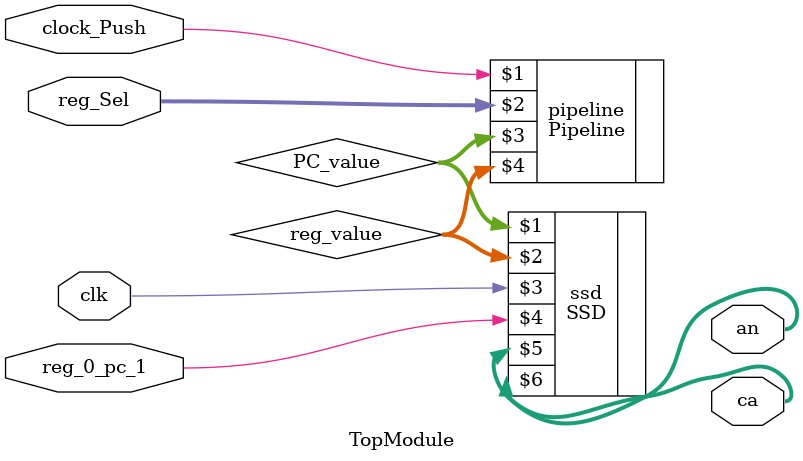
<source format=v>
`timescale 1ns / 1ps


module TopModule(
    input [4:0]reg_Sel,
    input reg_0_pc_1,
    input clk,clock_Push,
    
    output [6:0] ca,
    output [3:0] an    
   );
    wire [31:0] PC_value,reg_value;
    SSD ssd( PC_value,reg_value,clk,reg_0_pc_1,an,ca);
    Pipeline pipeline( clock_Push, reg_Sel, PC_value, reg_value);
endmodule

</source>
